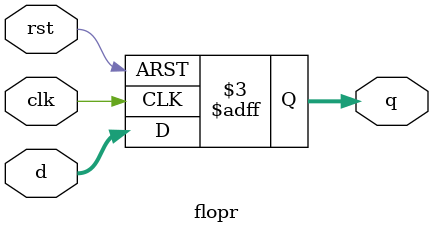
<source format=v>
module flopr #(parameter WIDTH = 8)(
    input  wire                 clk ,
    input  wire                 rst ,
    input  wire [WIDTH - 1:0]   d   ,
    
    output reg  [WIDTH - 1:0]   q   
);

always @(posedge clk or negedge rst) begin
    if (rst == 1'b0)
        q <= 0;
    else 
        q <= d;
end

endmodule
</source>
